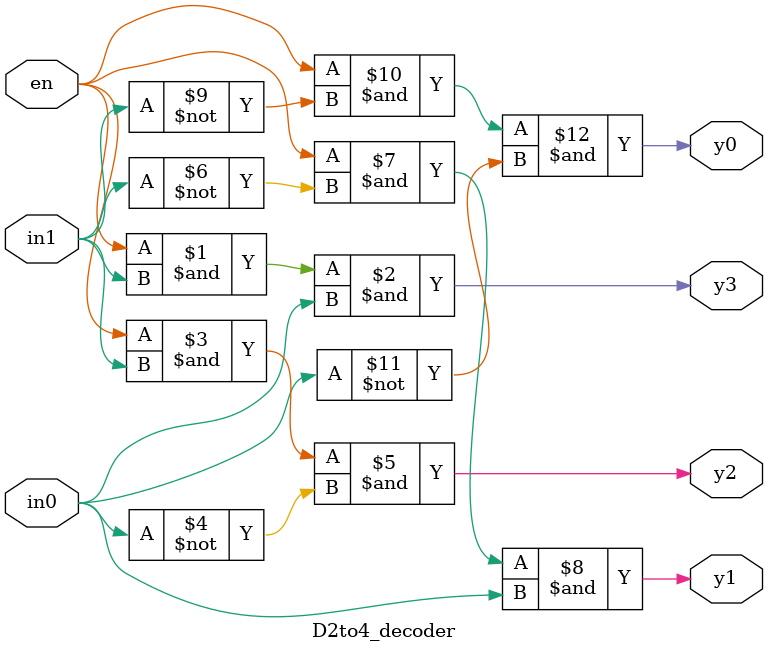
<source format=sv>
`timescale 1ns / 1ps

module D2to4_decoder( output logic y3,y2,y1,y0,
                      input logic in1,in0,en);
   assign y3 = en & in1 & in0;
   assign y2 = en & in1 & ~in0;
   assign y1 = en & ~in1 & in0;
   assign y0 = en & ~in1 & ~in0;
endmodule

</source>
